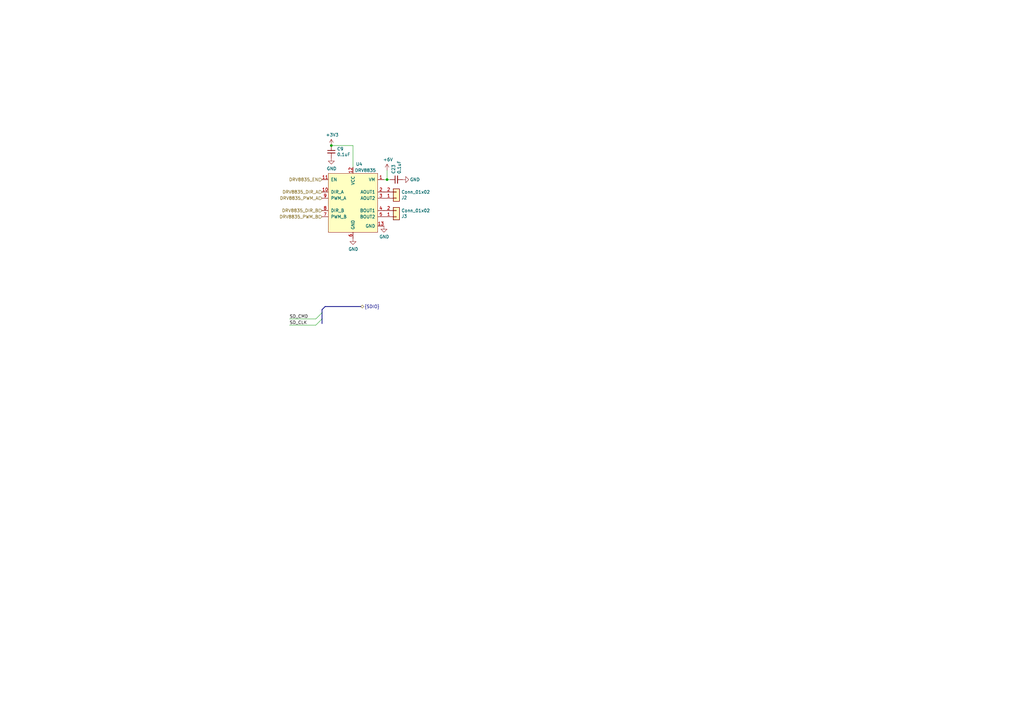
<source format=kicad_sch>
(kicad_sch (version 20211123) (generator eeschema)
  (paper "A3")
  (lib_symbols
    (symbol "Connector_Generic:Conn_01x02" (pin_names (offset 1.016) hide)
      (property "Reference" "J" (at 0 2.54 0))
      (property "Value" "Conn_01x02" (at 0 -5.08 0))
      (symbol "Conn_01x02_1_1"
        (rectangle (start -1.27 -2.413) (end 0 -2.667) (stroke (width 0.1524)))
        (rectangle (start -1.27 0.127) (end 0 -0.127) (stroke (width 0.1524)))
        (rectangle (start -1.27 1.27) (end 1.27 -3.81) (stroke (width 0.254)) (fill (type background)))
        (pin passive line (at -5.08 0 0) (length 3.81) (name "Pin_1") (number "1"))
        (pin passive line (at -5.08 -2.54 0) (length 3.81) (name "Pin_2") (number "2"))
      )
    )
    (symbol "Device:C_Small" (pin_numbers hide) (pin_names (offset 0.254) hide)
      (property "Reference" "C" (at 0.254 1.778 0))
      (property "Value" "C_Small" (at 0.254 -2.032 0))
      (symbol "C_Small_0_1"
        (polyline (pts (xy -1.524 -0.508) (xy 1.524 -0.508)) (stroke (width 0.3302)))
        (polyline (pts (xy -1.524 0.508) (xy 1.524 0.508)) (stroke (width 0.3048)))
      )
      (symbol "C_Small_1_1"
        (pin passive line (at 0 2.54 270) (length 2.032) (name "~") (number "1"))
        (pin passive line (at 0 -2.54 90) (length 2.032) (name "~") (number "2"))
      )
    )
    (symbol "drv8835:DRV8835" (pin_names (offset 1.016))
      (property "Reference" "U" (at 1.27 20.32 0))
      (property "Value" "DRV8835" (at 5.08 17.78 0))
      (symbol "DRV8835_0_1"
        (rectangle (start -12.7 16.51) (end 7.62 -7.62) (fill (type background)))
      )
      (symbol "DRV8835_1_1"
        (pin passive line (at 10.16 13.97 180) (length 2.54) (name "VM") (number "1"))
        (pin input line (at -15.24 8.89 0) (length 2.54) (name "DIR_A") (number "10"))
        (pin input line (at -15.24 13.97 0) (length 2.54) (name "EN") (number "11"))
        (pin passive line (at -2.54 19.05 270) (length 2.54) (name "VCC") (number "12"))
        (pin passive line (at 10.16 -5.08 180) (length 2.54) (name "GND") (number "13"))
        (pin passive line (at 10.16 8.89 180) (length 2.54) (name "AOUT1") (number "2"))
        (pin passive line (at 10.16 6.35 180) (length 2.54) (name "AOUT2") (number "3"))
        (pin passive line (at 10.16 1.27 180) (length 2.54) (name "BOUT1") (number "4"))
        (pin passive line (at 10.16 -1.27 180) (length 2.54) (name "BOUT2") (number "5"))
        (pin passive line (at -2.54 -10.16 90) (length 2.54) (name "GND") (number "6"))
        (pin input line (at -15.24 -1.27 0) (length 2.54) (name "PWM_B") (number "7"))
        (pin input line (at -15.24 1.27 0) (length 2.54) (name "DIR_B") (number "8"))
        (pin input line (at -15.24 6.35 0) (length 2.54) (name "PWM_A") (number "9"))
      )
    )
    (symbol "power:+3V3" (power) (pin_names (offset 0))
      (property "Value" "+3V3" (at 0 3.556 0))
      (symbol "+3V3_0_1"
        (polyline (pts (xy -0.762 1.27) (xy 0 2.54)))
        (polyline (pts (xy 0 0) (xy 0 2.54)))
        (polyline (pts (xy 0 2.54) (xy 0.762 1.27)))
      )
      (symbol "+3V3_1_1"
        (pin power_in line (at 0 0 90) (length 0) hide (name "+3V3") (number "1"))
      )
    )
    (symbol "power:+6V" (power) (pin_names (offset 0))
      (property "Value" "+6V" (at 0 3.556 0))
      (symbol "+6V_0_1"
        (polyline (pts (xy -0.762 1.27) (xy 0 2.54)))
        (polyline (pts (xy 0 0) (xy 0 2.54)))
        (polyline (pts (xy 0 2.54) (xy 0.762 1.27)))
      )
      (symbol "+6V_1_1"
        (pin power_in line (at 0 0 90) (length 0) hide (name "+6V") (number "1"))
      )
    )
    (symbol "power:GND" (power) (pin_names (offset 0))
      (property "Value" "GND" (at 0 -3.81 0))
      (symbol "GND_0_1"
        (polyline (pts (xy 0 0) (xy 0 -1.27) (xy 1.27 -1.27) (xy 0 -2.54) (xy -1.27 -1.27) (xy 0 -1.27)))
      )
      (symbol "GND_1_1"
        (pin power_in line (at 0 0 270) (length 0) hide (name "GND") (number "1"))
      )
    )
  )
  (junction (at 135.89 59.69))
  (junction (at 158.75 73.66))
  (bus_entry (at 132.08 128.27) (size -2.54 2.54))
  (bus_entry (at 132.08 130.81) (size -2.54 2.54))
  (wire (pts (xy 160.02 73.66) (xy 158.75 73.66)))
  (bus (pts (xy 132.08 130.81) (xy 132.08 132.715)))
  (wire (pts (xy 158.75 69.85) (xy 158.75 73.66)))
  (bus (pts (xy 133.35 125.73) (xy 132.08 127)))
  (wire (pts (xy 144.78 68.58) (xy 144.78 59.69)))
  (bus (pts (xy 132.08 127) (xy 132.08 128.27)))
  (wire (pts (xy 144.78 59.69) (xy 135.89 59.69)))
  (bus (pts (xy 132.08 128.27) (xy 132.08 130.81)))
  (wire (pts (xy 158.75 73.66) (xy 157.48 73.66)))
  (bus (pts (xy 133.35 125.73) (xy 147.955 125.73)))
  (wire (pts (xy 129.54 133.35) (xy 118.745 133.35)))
  (wire (pts (xy 129.54 130.81) (xy 118.745 130.81)))
  (label "SD_CLK" (at 118.745 133.35 0))
  (label "SD_CMD" (at 118.745 130.81 0))
  (hierarchical_label "DRV8835_DIR_A" (shape input) (at 132.08 78.74 180))
  (hierarchical_label "DRV8835_EN" (shape input) (at 132.08 73.66 180))
  (hierarchical_label "{SDIO}" (shape bidirectional) (at 147.955 125.73 0))
  (hierarchical_label "DRV8835_DIR_B" (shape input) (at 132.08 86.36 180))
  (hierarchical_label "DRV8835_PWM_B" (shape input) (at 132.08 88.9 180))
  (hierarchical_label "DRV8835_PWM_A" (shape input) (at 132.08 81.28 180))
  (symbol (lib_id "Device:C_Small") (at 162.56 73.66 90) (unit 1)
    (property "Reference" "C23" (at 161.3916 71.3232 0) (effects (justify left)))
    (property "Value" "0.1uF" (at 163.703 71.3232 0) (effects (justify left)))
    (property "Footprint" "Capacitor_SMD:C_0402_1005Metric" (effects hide))
  )
  (symbol (lib_id "power:GND") (at 165.1 73.66 90) (unit 1)
    (property "Reference" "#PWR0227" (effects hide))
    (property "Value" "GND" (at 170.18 73.66 90))
  )
  (symbol (lib_id "drv8835:DRV8835") (at 147.32 87.63 0) (unit 1)
    (property "Reference" "U4" (at 147.32 67.31 0))
    (property "Value" "DRV8835" (at 149.86 69.85 0))
    (property "Footprint" "Package_SON:WSON-12-1EP_3x2mm_P0.5mm_EP1x2.65" (effects hide))
    (property "Datasheet" "http://www.ti.com/lit/ds/symlink/drv8835.pdf" (effects hide))
  )
  (symbol (lib_id "power:+3V3") (at 135.89 59.69 0) (unit 1)
    (property "Reference" "#PWR0115" (effects hide))
    (property "Value" "+3V3" (at 136.271 55.2958 0))
  )
  (symbol (lib_id "Device:C_Small") (at 135.89 62.23 0) (unit 1)
    (property "Reference" "C9" (at 138.2268 61.0616 0) (effects (justify left)))
    (property "Value" "0.1uF" (at 138.2268 63.373 0) (effects (justify left)))
    (property "Footprint" "Capacitor_SMD:C_0402_1005Metric" (effects hide))
  )
  (symbol (lib_id "power:GND") (at 135.89 64.77 0) (unit 1)
    (property "Reference" "#PWR0116" (effects hide))
    (property "Value" "GND" (at 136.017 69.1642 0))
  )
  (symbol (lib_id "power:GND") (at 144.78 97.79 0) (unit 1)
    (property "Reference" "#PWR0117" (effects hide))
    (property "Value" "GND" (at 144.907 102.1842 0))
  )
  (symbol (lib_id "power:GND") (at 157.48 92.71 0) (unit 1)
    (property "Reference" "#PWR0118" (effects hide))
    (property "Value" "GND" (at 157.607 97.1042 0))
  )
  (symbol (lib_id "power:+6V") (at 158.75 69.85 0) (unit 1)
    (property "Reference" "#PWR0119" (effects hide))
    (property "Value" "+6V" (at 159.131 65.4558 0))
  )
  (symbol (lib_id "Connector_Generic:Conn_01x02") (at 162.56 81.28 0) (mirror x) (unit 1)
    (property "Reference" "J2" (at 164.592 81.0768 0) (effects (justify left)))
    (property "Value" "Conn_01x02" (at 164.592 78.7654 0) (effects (justify left)))
    (property "Footprint" "Connector_PinHeader_1.00mm:PinHeader_1x02_P1.00mm_Vertical" (effects hide))
  )
  (symbol (lib_id "Connector_Generic:Conn_01x02") (at 162.56 88.9 0) (mirror x) (unit 1)
    (property "Reference" "J3" (at 164.592 88.6968 0) (effects (justify left)))
    (property "Value" "Conn_01x02" (at 164.592 86.3854 0) (effects (justify left)))
    (property "Footprint" "Connector_PinHeader_1.00mm:PinHeader_1x02_P1.00mm_Vertical" (effects hide))
  )
)
</source>
